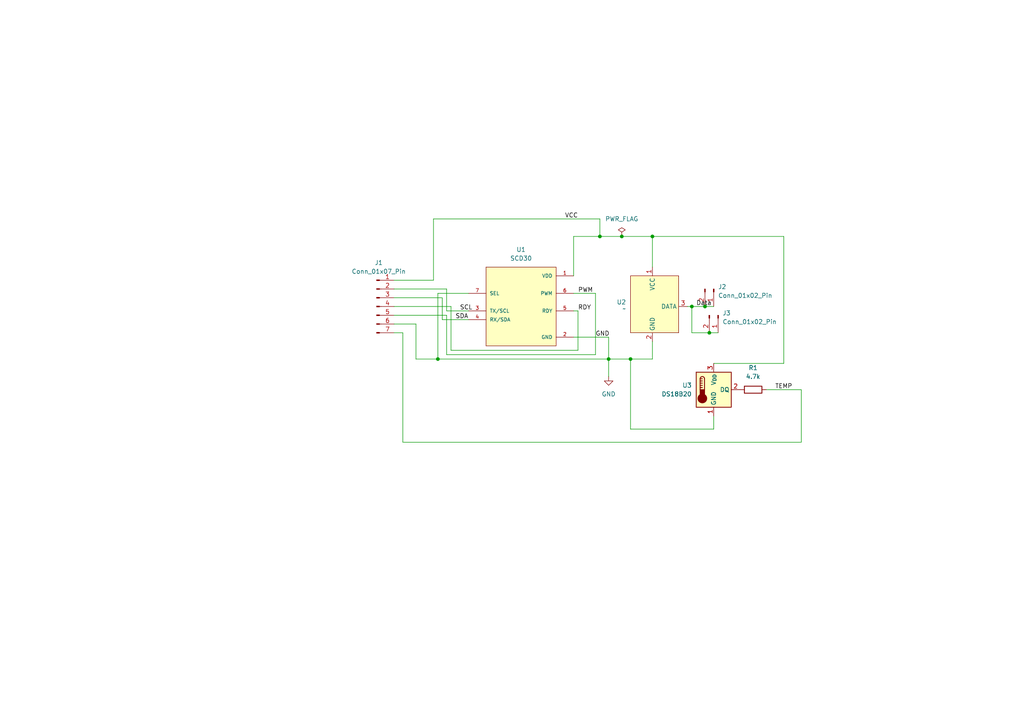
<source format=kicad_sch>
(kicad_sch (version 20231120) (generator "eeschema") (generator_version "8.0")
  (paper "A4")
  (lib_symbols
    (symbol "CO2_Sensor_IDE:CO2-Sensor-IDE"
      (property "Reference" "U" (at -3.302 12.192 0))
      (symbol "CO2-Sensor-IDE_1_1"
        (rectangle (start -6.35 8.89) (end 7.62 -7.62) (fill (type background)))
        (pin power_in line (at 0 11.43 270) (length 2.54) (name "VCC") (number "1"))
        (pin power_out line (at 0 -10.16 90) (length 2.54) (name "GND") (number "2"))
        (pin output line (at 10.16 0 180) (length 2.54) (name "DATA") (number "3"))
      )
    )
    (symbol "Connector:Conn_01x02_Pin" (pin_names (offset 1.016) hide)
      (property "Reference" "J" (at 0 2.54 0))
      (property "Value" "Conn_01x02_Pin" (at 0 -5.08 0))
      (symbol "Conn_01x02_Pin_1_1"
        (polyline (pts (xy 1.27 -2.54) (xy 0.8636 -2.54)) (stroke (width 0.1524)))
        (polyline (pts (xy 1.27 0) (xy 0.8636 0)) (stroke (width 0.1524)))
        (rectangle (start 0.8636 -2.413) (end 0 -2.667) (stroke (width 0.1524)) (fill (type outline)))
        (rectangle (start 0.8636 0.127) (end 0 -0.127) (stroke (width 0.1524)) (fill (type outline)))
        (pin passive line (at 5.08 0 180) (length 3.81) (name "Pin_1") (number "1"))
        (pin passive line (at 5.08 -2.54 180) (length 3.81) (name "Pin_2") (number "2"))
      )
    )
    (symbol "Connector:Conn_01x07_Pin" (pin_names (offset 1.016) hide)
      (property "Reference" "J" (at 0 10.16 0))
      (property "Value" "Conn_01x07_Pin" (at 0 -10.16 0))
      (symbol "Conn_01x07_Pin_1_1"
        (polyline (pts (xy 1.27 -7.62) (xy 0.8636 -7.62)) (stroke (width 0.1524)))
        (polyline (pts (xy 1.27 -5.08) (xy 0.8636 -5.08)) (stroke (width 0.1524)))
        (polyline (pts (xy 1.27 -2.54) (xy 0.8636 -2.54)) (stroke (width 0.1524)))
        (polyline (pts (xy 1.27 0) (xy 0.8636 0)) (stroke (width 0.1524)))
        (polyline (pts (xy 1.27 2.54) (xy 0.8636 2.54)) (stroke (width 0.1524)))
        (polyline (pts (xy 1.27 5.08) (xy 0.8636 5.08)) (stroke (width 0.1524)))
        (polyline (pts (xy 1.27 7.62) (xy 0.8636 7.62)) (stroke (width 0.1524)))
        (rectangle (start 0.8636 -7.493) (end 0 -7.747) (stroke (width 0.1524)) (fill (type outline)))
        (rectangle (start 0.8636 -4.953) (end 0 -5.207) (stroke (width 0.1524)) (fill (type outline)))
        (rectangle (start 0.8636 -2.413) (end 0 -2.667) (stroke (width 0.1524)) (fill (type outline)))
        (rectangle (start 0.8636 0.127) (end 0 -0.127) (stroke (width 0.1524)) (fill (type outline)))
        (rectangle (start 0.8636 2.667) (end 0 2.413) (stroke (width 0.1524)) (fill (type outline)))
        (rectangle (start 0.8636 5.207) (end 0 4.953) (stroke (width 0.1524)) (fill (type outline)))
        (rectangle (start 0.8636 7.747) (end 0 7.493) (stroke (width 0.1524)) (fill (type outline)))
        (pin passive line (at 5.08 7.62 180) (length 3.81) (name "Pin_1") (number "1"))
        (pin passive line (at 5.08 5.08 180) (length 3.81) (name "Pin_2") (number "2"))
        (pin passive line (at 5.08 2.54 180) (length 3.81) (name "Pin_3") (number "3"))
        (pin passive line (at 5.08 0 180) (length 3.81) (name "Pin_4") (number "4"))
        (pin passive line (at 5.08 -2.54 180) (length 3.81) (name "Pin_5") (number "5"))
        (pin passive line (at 5.08 -5.08 180) (length 3.81) (name "Pin_6") (number "6"))
        (pin passive line (at 5.08 -7.62 180) (length 3.81) (name "Pin_7") (number "7"))
      )
    )
    (symbol "Device:R" (pin_numbers hide) (pin_names (offset 0))
      (property "Reference" "R" (at 2.032 0 90))
      (property "Value" "R" (at 0 0 90))
      (symbol "R_0_1"
        (rectangle (start -1.016 -2.54) (end 1.016 2.54) (stroke (width 0.254)))
      )
      (symbol "R_1_1"
        (pin passive line (at 0 3.81 270) (length 1.27) (name "~") (number "1"))
        (pin passive line (at 0 -3.81 90) (length 1.27) (name "~") (number "2"))
      )
    )
    (symbol "SCD30:SCD30" (pin_names (offset 1.016))
      (property "Reference" "U" (at -10.16 13.462 0))
      (property "Value" "SCD30" (at -10.16 -12.7 0))
      (symbol "SCD30_0_0"
        (rectangle (start -10.16 -10.16) (end 10.16 12.7) (stroke (width 0.1524)) (fill (type background)))
        (pin power_in line (at 15.24 10.16 180) (length 5.08) (name "VDD") (number "1"))
        (pin power_in line (at 15.24 -7.62 180) (length 5.08) (name "GND") (number "2"))
        (pin bidirectional line (at -15.24 0 0) (length 5.08) (name "TX/SCL") (number "3"))
        (pin bidirectional line (at -15.24 -2.54 0) (length 5.08) (name "RX/SDA") (number "4"))
        (pin bidirectional line (at 15.24 0 180) (length 5.08) (name "RDY") (number "5"))
        (pin output line (at 15.24 5.08 180) (length 5.08) (name "PWM") (number "6"))
        (pin input line (at -15.24 5.08 0) (length 5.08) (name "SEL") (number "7"))
      )
    )
    (symbol "Sensor_Temperature:DS18B20"
      (property "Reference" "U" (at -3.81 6.35 0))
      (property "Value" "DS18B20" (at 6.35 6.35 0))
      (symbol "DS18B20_0_1"
        (rectangle (start -5.08 5.08) (end 5.08 -5.08) (stroke (width 0.254)) (fill (type background)))
        (circle (center -3.302 -2.54) (radius 1.27) (stroke (width 0.254)) (fill (type outline)))
        (rectangle (start -2.667 -1.905) (end -3.937 0) (stroke (width 0.254)) (fill (type outline)))
        (arc (start -2.667 3.175) (mid -3.302 3.8073) (end -3.937 3.175) (stroke (width 0.254)))
        (polyline (pts (xy -3.937 0.635) (xy -3.302 0.635)) (stroke (width 0.254)))
        (polyline (pts (xy -3.937 1.27) (xy -3.302 1.27)) (stroke (width 0.254)))
        (polyline (pts (xy -3.937 1.905) (xy -3.302 1.905)) (stroke (width 0.254)))
        (polyline (pts (xy -3.937 2.54) (xy -3.302 2.54)) (stroke (width 0.254)))
        (polyline (pts (xy -3.937 3.175) (xy -3.937 0)) (stroke (width 0.254)))
        (polyline (pts (xy -3.937 3.175) (xy -3.302 3.175)) (stroke (width 0.254)))
        (polyline (pts (xy -2.667 3.175) (xy -2.667 0)) (stroke (width 0.254)))
      )
      (symbol "DS18B20_1_1"
        (pin power_in line (at 0 -7.62 90) (length 2.54) (name "GND") (number "1"))
        (pin bidirectional line (at 7.62 0 180) (length 2.54) (name "DQ") (number "2"))
        (pin power_in line (at 0 7.62 270) (length 2.54) (name "V_{DD}") (number "3"))
      )
    )
    (symbol "power:GND" (power) (pin_numbers hide) (pin_names (offset 0) hide)
      (property "Value" "GND" (at 0 -3.81 0))
      (symbol "GND_0_1"
        (polyline (pts (xy 0 0) (xy 0 -1.27) (xy 1.27 -1.27) (xy 0 -2.54) (xy -1.27 -1.27) (xy 0 -1.27)))
      )
      (symbol "GND_1_1"
        (pin power_in line (at 0 0 270) (length 0) (name "~") (number "1"))
      )
    )
    (symbol "power:PWR_FLAG" (power) (pin_numbers hide) (pin_names (offset 0) hide)
      (property "Value" "PWR_FLAG" (at 0 3.81 0))
      (symbol "PWR_FLAG_0_0"
        (pin power_out line (at 0 0 90) (length 0) (name "~") (number "1"))
      )
      (symbol "PWR_FLAG_0_1"
        (polyline (pts (xy 0 0) (xy 0 1.27) (xy -1.016 1.905) (xy 0 2.54) (xy 1.016 1.905) (xy 0 1.27)))
      )
    )
  )
  (junction (at 173.99 68.58))
  (junction (at 180.34 68.58))
  (junction (at 204.47 88.9))
  (junction (at 127 104.14))
  (junction (at 200.66 88.9))
  (junction (at 205.74 96.52))
  (junction (at 182.88 104.14))
  (junction (at 176.53 104.14))
  (junction (at 189.23 68.58))
  (wire (pts (xy 227.33 105.41) (xy 227.33 68.58)))
  (wire (pts (xy 114.3 91.44) (xy 129.54 91.44)))
  (wire (pts (xy 207.01 124.46) (xy 182.88 124.46)))
  (wire (pts (xy 204.47 88.9) (xy 207.01 88.9)))
  (wire (pts (xy 127 104.14) (xy 120.65 104.14)))
  (wire (pts (xy 114.3 81.28) (xy 125.73 81.28)))
  (wire (pts (xy 180.34 68.58) (xy 189.23 68.58)))
  (wire (pts (xy 120.65 93.98) (xy 114.3 93.98)))
  (wire (pts (xy 167.64 101.6) (xy 130.81 101.6)))
  (wire (pts (xy 173.99 63.5) (xy 125.73 63.5)))
  (wire (pts (xy 200.66 88.9) (xy 204.47 88.9)))
  (wire (pts (xy 135.89 85.09) (xy 127 85.09)))
  (wire (pts (xy 127 85.09) (xy 127 104.14)))
  (wire (pts (xy 116.84 128.27) (xy 116.84 96.52)))
  (wire (pts (xy 135.89 92.71) (xy 128.27 92.71)))
  (wire (pts (xy 200.66 96.52) (xy 205.74 96.52)))
  (wire (pts (xy 207.01 105.41) (xy 227.33 105.41)))
  (wire (pts (xy 172.72 102.87) (xy 129.54 102.87)))
  (wire (pts (xy 176.53 97.79) (xy 166.37 97.79)))
  (wire (pts (xy 114.3 83.82) (xy 129.54 83.82)))
  (wire (pts (xy 227.33 68.58) (xy 189.23 68.58)))
  (wire (pts (xy 114.3 88.9) (xy 130.81 88.9)))
  (wire (pts (xy 176.53 104.14) (xy 127 104.14)))
  (wire (pts (xy 120.65 104.14) (xy 120.65 93.98)))
  (wire (pts (xy 114.3 86.36) (xy 128.27 86.36)))
  (wire (pts (xy 232.41 113.03) (xy 232.41 128.27)))
  (wire (pts (xy 166.37 68.58) (xy 173.99 68.58)))
  (wire (pts (xy 189.23 68.58) (xy 189.23 77.47)))
  (wire (pts (xy 166.37 85.09) (xy 172.72 85.09)))
  (wire (pts (xy 173.99 63.5) (xy 173.99 68.58)))
  (wire (pts (xy 125.73 63.5) (xy 125.73 81.28)))
  (wire (pts (xy 116.84 96.52) (xy 114.3 96.52)))
  (wire (pts (xy 199.39 88.9) (xy 200.66 88.9)))
  (wire (pts (xy 182.88 104.14) (xy 176.53 104.14)))
  (wire (pts (xy 207.01 120.65) (xy 207.01 124.46)))
  (wire (pts (xy 135.89 90.17) (xy 129.54 90.17)))
  (wire (pts (xy 173.99 68.58) (xy 180.34 68.58)))
  (wire (pts (xy 176.53 104.14) (xy 176.53 109.22)))
  (wire (pts (xy 129.54 83.82) (xy 129.54 90.17)))
  (wire (pts (xy 189.23 99.06) (xy 189.23 104.14)))
  (wire (pts (xy 167.64 90.17) (xy 167.64 101.6)))
  (wire (pts (xy 128.27 86.36) (xy 128.27 92.71)))
  (wire (pts (xy 172.72 85.09) (xy 172.72 102.87)))
  (wire (pts (xy 200.66 88.9) (xy 200.66 96.52)))
  (wire (pts (xy 166.37 68.58) (xy 166.37 80.01)))
  (wire (pts (xy 205.74 96.52) (xy 208.28 96.52)))
  (wire (pts (xy 130.81 88.9) (xy 130.81 101.6)))
  (wire (pts (xy 222.25 113.03) (xy 232.41 113.03)))
  (wire (pts (xy 232.41 128.27) (xy 116.84 128.27)))
  (wire (pts (xy 176.53 97.79) (xy 176.53 104.14)))
  (wire (pts (xy 166.37 90.17) (xy 167.64 90.17)))
  (wire (pts (xy 182.88 124.46) (xy 182.88 104.14)))
  (wire (pts (xy 129.54 91.44) (xy 129.54 102.87)))
  (wire (pts (xy 189.23 104.14) (xy 182.88 104.14)))
  (label "RDY" (at 167.64 90.17 0))
  (label "SDA" (at 132.08 92.71 0))
  (label "GND" (at 172.72 97.79 0))
  (label "PWM" (at 167.64 85.09 0))
  (label "Data" (at 201.93 88.9 0))
  (label "SCL" (at 133.35 90.17 0))
  (label "TEMP" (at 224.79 113.03 0))
  (label "VCC" (at 163.83 63.5 0))
  (symbol (lib_id "power:GND") (at 176.53 109.22 0) (unit 1)
    (property "Reference" "#PWR02" (effects (hide yes)))
    (property "Value" "GND" (at 176.53 114.3 0))
    (property "Description" "Power symbol creates a global label with name \"GND\" , ground" (effects (hide yes)))
  )
  (symbol (lib_id "Connector:Conn_01x02_Pin") (at 208.28 91.44 270) (unit 1)
    (property "Reference" "J3" (at 209.55 90.8049 90) (effects (justify left)))
    (property "Value" "Conn_01x02_Pin" (at 209.55 93.3449 90) (effects (justify left)))
    (property "Footprint" "Connector_PinSocket_2.54mm:PinSocket_1x02_P2.54mm_Vertical" (effects (hide yes)))
    (property "Description" "Generic connector, single row, 01x02, script generated" (effects (hide yes)))
  )
  (symbol (lib_id "Sensor_Temperature:DS18B20") (at 207.01 113.03 0) (unit 1)
    (property "Reference" "U3" (at 200.66 111.7599 0) (effects (justify right)))
    (property "Value" "DS18B20" (at 200.66 114.2999 0) (effects (justify right)))
    (property "Footprint" "Package_TO_SOT_THT:TO-92_Inline" (effects (hide yes)))
    (property "Datasheet" "http://datasheets.maximintegrated.com/en/ds/DS18B20.pdf" (effects (hide yes)))
    (property "Description" "Programmable Resolution 1-Wire Digital Thermometer TO-92" (effects (hide yes)))
  )
  (symbol (lib_id "SCD30:SCD30") (at 151.13 90.17 0) (unit 1)
    (property "Reference" "U1" (at 151.13 72.39 0))
    (property "Value" "SCD30" (at 151.13 74.93 0))
    (property "Footprint" "SCD30 Footprint:MODULE_SCD30" (effects (hide yes)))
    (property "MF" "Sensirion AG" (effects (hide yes)))
    (property "MAXIMUM_PACKAGE_HEIGHT" "7.0mm" (effects (hide yes)))
    (property "Package" "None" (effects (hide yes)))
    (property "Price" "None" (effects (hide yes)))
    (property "Check_prices" "https://www.snapeda.com/parts/SCD30/Sensirion+AG/view-part/?ref=eda" (effects (hide yes)))
    (property "STANDARD" "Manufacturer Recommendations" (effects (hide yes)))
    (property "PARTREV" "D1" (effects (hide yes)))
    (property "SnapEDA_Link" "https://www.snapeda.com/parts/SCD30/Sensirion+AG/view-part/?ref=snap" (effects (hide yes)))
    (property "MP" "SCD30" (effects (hide yes)))
    (property "Description_1" "\n                        \n                            Carbon Dioxide (CO2), Humidity, Temperature Sensor I2C, Modbus, PWM\n                        \n" (effects (hide yes)))
    (property "Availability" "In Stock" (effects (hide yes)))
    (property "MANUFACTURER" "Sensirion" (effects (hide yes)))
  )
  (symbol (lib_id "Connector:Conn_01x02_Pin") (at 207.01 83.82 270) (unit 1)
    (property "Reference" "J2" (at 208.28 83.1849 90) (effects (justify left)))
    (property "Value" "Conn_01x02_Pin" (at 208.28 85.7249 90) (effects (justify left)))
    (property "Footprint" "Connector_PinSocket_2.54mm:PinSocket_1x02_P2.54mm_Vertical" (effects (hide yes)))
    (property "Description" "Generic connector, single row, 01x02, script generated" (effects (hide yes)))
  )
  (symbol (lib_id "CO2_Sensor_IDE:CO2-Sensor-IDE") (at 189.23 88.9 0) (unit 1)
    (property "Reference" "U2" (at 181.61 87.6299 0) (effects (justify right)))
    (property "Value" "~" (at 181.61 89.535 0) (effects (justify right)))
    (property "Footprint" "CO2_Sensor_IDE:CO2_Sensor_IDE" (effects (hide yes)))
  )
  (symbol (lib_id "power:PWR_FLAG") (at 180.34 68.58 0) (unit 1)
    (property "Reference" "#FLG01" (effects (hide yes)))
    (property "Value" "PWR_FLAG" (at 180.34 63.5 0))
    (property "Description" "Special symbol for telling ERC where power comes from" (effects (hide yes)))
  )
  (symbol (lib_id "Device:R") (at 218.44 113.03 270) (unit 1)
    (property "Reference" "R1" (at 218.44 106.68 90))
    (property "Value" "4.7k" (at 218.44 109.22 90))
    (property "Footprint" "Resistor_THT:R_Axial_DIN0207_L6.3mm_D2.5mm_P15.24mm_Horizontal" (effects (hide yes)))
    (property "Description" "Resistor" (effects (hide yes)))
  )
  (symbol (lib_id "Connector:Conn_01x07_Pin") (at 109.22 88.9 0) (unit 1)
    (property "Reference" "J1" (at 109.855 76.2 0))
    (property "Value" "Conn_01x07_Pin" (at 109.855 78.74 0))
    (property "Footprint" "Connector_PinHeader_2.54mm:PinHeader_1x07_P2.54mm_Vertical" (effects (hide yes)))
    (property "Description" "Generic connector, single row, 01x07, script generated" (effects (hide yes)))
  )
)
</source>
